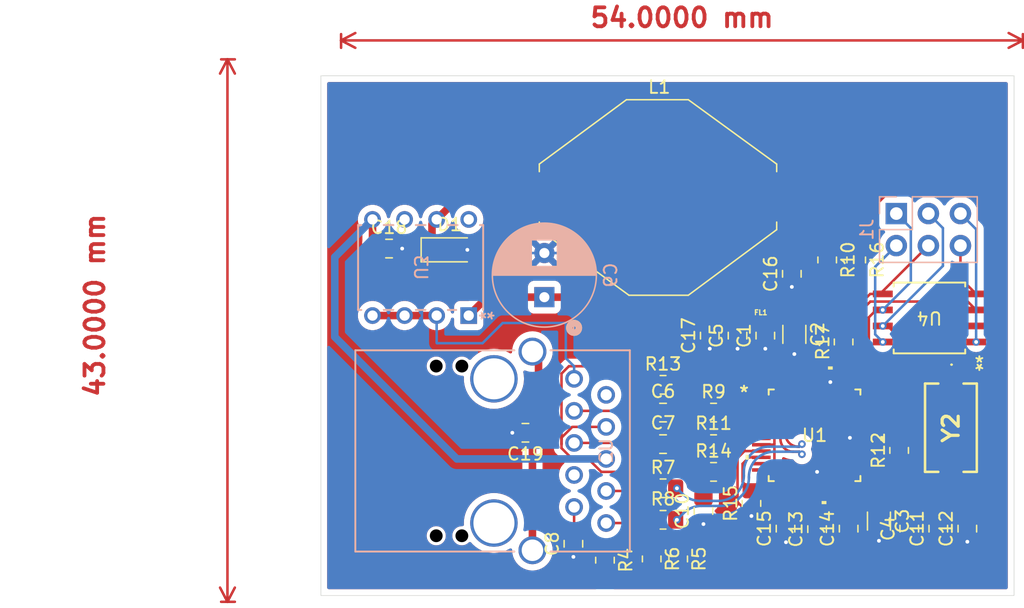
<source format=kicad_pcb>
(kicad_pcb (version 20240108) (generator "pcbnew") (generator_version "8.0")
  (layers (0 "F.Cu" signal) (31 "B.Cu" signal) (34 "B.Paste" user) (35 "F.Paste" user) (36 "B.SilkS" user "B.Silkscreen") (37 "F.SilkS" user "F.Silkscreen") (38 "B.Mask" user) (39 "F.Mask" user) (44 "Edge.Cuts" user))
  (property "PAGESETUP" "Record=PageOptions¦CenterHorizontal=True¦CenterVertical=True¦PrintScale=0.97¦XCorrection=1.00¦YCorrection=1.00¦PrintKind=1¦BorderSize=5000000¦LeftOffset=0¦BottomOffset=0¦Orientation=2¦PaperLength=1000¦PaperWidth=1000¦Scale=100¦PaperSource=7¦PrintQuality=-3¦MediaType=1¦DitherType=10¦PrintScaleMode=1¦PaperKind=A4¦PaperIndex=9")
  (net 0 "")
  (net 1 "3.3V_D")
  (net 2 "/SCSn")
  (net 3 "/INTn")
  (net 4 "/RSTn")
  (net 5 "GND")
  (net 6 "Net-(U1-EXRES1)")
  (net 7 "Net-(U2-RCT)")
  (net 8 "Net-(C7-Pad2)")
  (net 9 "Net-(C6-Pad2)")
  (net 10 "/XO")
  (net 11 "/XI")
  (net 12 "Net-(U1-RXP)")
  (net 13 "Net-(U1-RXN)")
  (net 14 "Net-(U1-TXP)")
  (net 15 "Net-(U2-TD+)")
  (net 16 "Net-(U2-TD-)")
  (net 17 "Net-(U1-TXN)")
  (net 18 "3.3V_A")
  (net 19 "Net-(U2-TCT)")
  (net 20 "Net-(D1-K)")
  (net 22 "Net-(U2-VC2-)")
  (net 24 "Net-(U2-VC2+)")
  (net 26 "Net-(U2-RD+)")
  (net 28 "Net-(U2-RD-)")
  (net 29 "/ACT_LED")
  (net 30 "Net-(U1-1V2O)")
  (net 35 "/LINK_LED")
  (net 36 "Net-(U1-TOCAP)")
  (net 38 "/MOSI")
  (net 39 "/MISO")
  (net 41 "/SCLK")
  (net 44 "Net-(J1-Pin_6)")
  (net 45 "Net-(J1-Pin_2)")
  (net 46 "Net-(J1-Pin_5)")
  (net 47 "Net-(C19-Pad1)")
  (footprint "Capacitor_SMD:C_0805_2012Metric_Pad1.18x1.45mm_HandSolder" (layer "F.Cu") (at 144.2 98.7 90)
    (property "Reference" "C15")
    (property "Value" "0.1uF")
  )
  (footprint "Capacitor_SMD:C_0805_2012Metric_Pad1.18x1.45mm_HandSolder" (layer "F.Cu") (at 142.6 83.4 90)
    (property "Reference" "C1")
    (property "Value" "0.1uF")
  )
  (footprint "Resistor_SMD:R_0805_2012Metric_Pad1.20x1.40mm_HandSolder" (layer "F.Cu") (at 135.7 101.1 -90)
    (property "Reference" "R5")
    (property "Value" "49R9")
  )
  (footprint "Inductor_SMD:L_Wuerth_WE-PD4-Typ-X" (layer "F.Cu") (at 134.1 72.4)
    (property "Reference" "L1")
    (property "Value" "330uH")
  )
  (footprint "Resistor_SMD:R_0805_2012Metric_Pad1.20x1.40mm_HandSolder" (layer "F.Cu") (at 138.5 94.2)
    (property "Reference" "R14")
    (property "Value" "49R9")
  )
  (footprint "Capacitor_SMD:C_1206_3216Metric_Pad1.33x1.80mm_HandSolder" (layer "F.Cu") (at 144.9 83.3 -90)
    (property "Reference" "C2")
    (property "Value" "10uF/16V")
  )
  (footprint "Diode_SMD:Nexperia_CFP3_SOD-123W" (layer "F.Cu") (at 117.6 76.6)
    (property "Reference" "D1")
    (property "Value" "D_Schottky")
  )
  (footprint "Resistor_SMD:R_0805_2012Metric_Pad1.20x1.40mm_HandSolder" (layer "F.Cu") (at 138.5 92)
    (property "Reference" "R11")
    (property "Value" "3.3R")
  )
  (footprint "Capacitor_SMD:C_0805_2012Metric_Pad1.18x1.45mm_HandSolder" (layer "F.Cu") (at 123.6 91.1 180)
    (property "Reference" "C19")
    (property "Value" "1nF")
  )
  (footprint "Capacitor_SMD:C_0805_2012Metric_Pad1.18x1.45mm_HandSolder" (layer "F.Cu") (at 158.6 98.7 90)
    (property "Reference" "C12")
    (property "Value" "18pF")
  )
  (footprint "Capacitor_SMD:C_0805_2012Metric_Pad1.18x1.45mm_HandSolder" (layer "F.Cu") (at 127.4 99.9 90)
    (property "Reference" "C8")
    (property "Value" "22nF")
  )
  (footprint "Resistor_SMD:R_0805_2012Metric_Pad1.20x1.40mm_HandSolder" (layer "F.Cu") (at 153.2 92.5 90)
    (property "Reference" "R12")
    (property "Value" "1M")
  )
  (footprint "Capacitor_SMD:C_0805_2012Metric_Pad1.18x1.45mm_HandSolder" (layer "F.Cu") (at 137.7 97.3 90)
    (property "Reference" "C10")
    (property "Value" "10nF")
  )
  (footprint "Capacitor_SMD:C_0805_2012Metric_Pad1.18x1.45mm_HandSolder" (layer "F.Cu") (at 144.7 78.5 90)
    (property "Reference" "C16")
    (property "Value" "0.1uF")
  )
  (footprint "Capacitor_SMD:C_0805_2012Metric_Pad1.18x1.45mm_HandSolder" (layer "F.Cu") (at 134.5 92)
    (property "Reference" "C7")
    (property "Value" "6.8nF")
  )
  (footprint "Capacitor_SMD:C_0805_2012Metric_Pad1.18x1.45mm_HandSolder" (layer "F.Cu") (at 134.5 89.5)
    (property "Reference" "C6")
    (property "Value" "6.8nF")
  )
  (footprint "Capacitor_SMD:C_0805_2012Metric_Pad1.18x1.45mm_HandSolder" (layer "F.Cu") (at 112.8 76.5)
    (property "Reference" "C18")
    (property "Value" "22uF")
  )
  (footprint "Imported:ABLS7M225000MHZD2YT" (layer "F.Cu") (at 157.3 90.7 -90)
    (property "Reference" "Y2")
    (property "Value" "ABLS7M2-25.000MHZ-D-2Y-T" (hide yes))
  )
  (footprint "Resistor_SMD:R_0805_2012Metric_Pad1.20x1.40mm_HandSolder" (layer "F.Cu") (at 134.5 98)
    (property "Reference" "R8")
    (property "Value" "3.3R")
  )
  (footprint "Imported:48LQFP_W5500_WIZ" (layer "F.Cu") (at 146.5 91.3)
    (property "Reference" "U1")
    (property "Value" "W5500")
  )
  (footprint "Resistor_SMD:R_0805_2012Metric_Pad1.20x1.40mm_HandSolder" (layer "F.Cu") (at 148.8 83.9 90)
    (property "Reference" "R17")
    (property "Value" "4.7K")
  )
  (footprint "Capacitor_SMD:C_0805_2012Metric_Pad1.18x1.45mm_HandSolder" (layer "F.Cu") (at 138.2 83.4 90)
    (property "Reference" "C17")
    (property "Value" "0.1uF")
  )
  (footprint "Capacitor_SMD:C_1206_3216Metric_Pad1.33x1.80mm_HandSolder" (layer "F.Cu") (at 151.6 98.1 -90)
    (property "Reference" "C3")
    (property "Value" "10uF/16V")
  )
  (footprint "Resistor_SMD:R_0805_2012Metric_Pad1.20x1.40mm_HandSolder" (layer "F.Cu") (at 134.5 95.5)
    (property "Reference" "R7")
    (property "Value" "3.3R")
  )
  (footprint "Capacitor_SMD:C_0805_2012Metric_Pad1.18x1.45mm_HandSolder" (layer "F.Cu") (at 154 98.7 90)
    (property "Reference" "C4")
    (property "Value" "0.1uF")
  )
  (footprint "Resistor_SMD:R_0805_2012Metric_Pad1.20x1.40mm_HandSolder" (layer "F.Cu") (at 141.5 96.7 90)
    (property "Reference" "R15")
    (property "Value" "12.4K")
  )
  (footprint "Capacitor_SMD:C_0805_2012Metric_Pad1.18x1.45mm_HandSolder" (layer "F.Cu") (at 140.4 83.4 90)
    (property "Reference" "C5")
    (property "Value" "1uF")
  )
  (footprint "Capacitor_SMD:C_0805_2012Metric_Pad1.18x1.45mm_HandSolder" (layer "F.Cu") (at 146.7 98.7375 90)
    (property "Reference" "C13")
    (property "Value" "4.7uF")
  )
  (footprint "Imported:8S2_ATM" (layer "F.Cu") (at 155.6 82 180)
    (property "Reference" "U4")
    (property "Value" "ATTINY85-20SU")
  )
  (footprint "Resistor_SMD:R_0805_2012Metric_Pad1.20x1.40mm_HandSolder" (layer "F.Cu") (at 138.5 89.5)
    (property "Reference" "R9")
    (property "Value" "3.3R")
  )
  (footprint "Capacitor_SMD:C_0805_2012Metric_Pad1.18x1.45mm_HandSolder" (layer "F.Cu") (at 156.3 98.7 90)
    (property "Reference" "C11")
    (property "Value" "18pF")
  )
  (footprint "Resistor_SMD:R_0805_2012Metric_Pad1.20x1.40mm_HandSolder" (layer "F.Cu") (at 129.9 101.2 -90)
    (property "Reference" "R4")
    (property "Value" "10R")
  )
  (footprint "Imported:BEADC1608X95N" (layer "F.Cu") (at 142 80.5 180)
    (property "Reference" "FL1")
    (property "Value" "BLM18PG121SH1D")
  )
  (footprint "Resistor_SMD:R_0805_2012Metric_Pad1.20x1.40mm_HandSolder" (layer "F.Cu") (at 147.5 77.4 -90)
    (property "Reference" "R10")
    (property "Value" "4.7K")
  )
  (footprint "Resistor_SMD:R_0805_2012Metric_Pad1.20x1.40mm_HandSolder" (layer "F.Cu") (at 133.6 101.1 -90)
    (property "Reference" "R6")
    (property "Value" "49R9")
  )
  (footprint "Capacitor_SMD:C_0805_2012Metric_Pad1.18x1.45mm_HandSolder" (layer "F.Cu") (at 149.2 98.7 90)
    (property "Reference" "C14")
    (property "Value" "10nF")
  )
  (footprint "Resistor_SMD:R_0805_2012Metric_Pad1.20x1.40mm_HandSolder" (layer "F.Cu") (at 134.5 87.3)
    (property "Reference" "R13")
    (property "Value" "49R9")
  )
  (footprint "Resistor_SMD:R_0805_2012Metric_Pad1.20x1.40mm_HandSolder" (layer "F.Cu") (at 149.8 77.4 -90)
    (property "Reference" "R16")
    (property "Value" "4.7K")
  )
  (footprint "Capacitor_THT:CP_Radial_D8.0mm_P3.50mm" (layer "B.Cu") (at 125.1 80.352651 90)
    (property "Reference" "C9")
    (property "Value" "220uF")
  )
  (footprint "Imported:ARJM11C7-114-BA-EW2_ABR" (layer "B.Cu") (at 127.455799 86.824251 -90)
    (property "Reference" "U2")
    (property "Value" "ARJM11C7-114-BA-EW2")
  )
  (footprint "Connector_PinHeader_2.54mm:PinHeader_2x03_P2.54mm_Vertical" (layer "B.Cu") (at 152.975 73.725 -90)
    (property "Reference" "J1")
    (property "Value" "Conn_02x03_Odd_Even")
  )
  (footprint "Imported:PDIP-8_MCL" (layer "B.Cu") (at 119.11 81.81 90)
    (property "Reference" "U3")
    (property "Value" "LM2574-3.3YN")
  )
  (gr_rect (start 107.4 62.8) (end 162.3 104) (stroke (width 0.05)) (fill none) (layer "Edge.Cuts"))
  (dimension (type aligned) (layer "F.Cu") (pts (xy 109 59) (xy 163 59)) (height 1) (gr_text "54.0000 mm" (at 136 58.2 0) (layer "F.Cu") (effects (font (size 1.5 1.5) (thickness 0.3)))) (format (prefix "") (suffix "") (units 3) (units_format 1) (precision 4)) (style (thickness 0.2) (arrow_length 1.27) (text_position_mode 0) (extension_height 0.58642) (extension_offset 0.5) keep_text_aligned))
  (dimension (type aligned) (layer "F.Cu") (pts (xy 99 61.5) (xy 99 104.5)) (height -1) (gr_text "43.0000 mm" (at 89.5 81 90) (layer "F.Cu") (effects (font (size 1.5 1.5) (thickness 0.3)))) (format (prefix "") (suffix "") (units 3) (units_format 1) (precision 4)) (style (thickness 0.2) (arrow_length 1.27) (text_position_mode 2) (extension_height 0.58642) (extension_offset 0.5) keep_text_aligned))
  (segment (start 141.8 72.4) (end 141.8 74.5625) (width 0.6) (layer "F.Cu") (net 1))
  (segment (start 151.6 96.5375) (end 151.753 96.3845) (width 0.2) (layer "F.Cu") (net 1))
  (segment (start 148.8 82.9) (end 148.8 79.4) (width 0.6) (layer "F.Cu") (net 1))
  (segment (start 149.501471 92.55) (end 146.25 89.298529) (width 0.2) (layer "F.Cu") (net 1))
  (segment (start 146.8625 78.4) (end 149.8 78.4) (width 0.6) (layer "F.Cu") (net 1))
  (segment (start 146.25 89.298529) (end 146.25 87.0836) (width 0.2) (layer "F.Cu") (net 1))
  (segment (start 125.1 80.352651) (end 120.567349 80.352651) (width 0.6) (layer "F.Cu") (net 1))
  (segment (start 150.7164 92.55) (end 149.501471 92.55) (width 0.2) (layer "F.Cu") (net 1))
  (segment (start 133.847349 80.352651) (end 141.8 72.4) (width 0.6) (layer "F.Cu") (net 1))
  (segment (start 148.8 79.4) (end 149.8 78.4) (width 0.6) (layer "F.Cu") (net 1))
  (segment (start 141.8 74.5625) (end 144.7 77.4625) (width 0.6) (layer "F.Cu") (net 1))
  (segment (start 144.7 77.4625) (end 142.735 79.4275) (width 0.6) (layer "F.Cu") (net 1))
  (segment (start 151.692701 92.55) (end 150.7164 92.55) (width 0.2) (layer "F.Cu") (net 1))
  (segment (start 145.25 87.0836) (end 146.25 87.0836) (width 0.2) (layer "F.Cu") (net 1))
  (segment (start 120.567349 80.352651) (end 119.11 81.81) (width 0.6) (layer "F.Cu") (net 1))
  (segment (start 151.753 96.3845) (end 151.753 92.610299) (width 0.2) (layer "F.Cu") (net 1))
  (segment (start 151.6 96.5375) (end 152.875 96.5375) (width 0.2) (layer "F.Cu") (net 1))
  (segment (start 125.1 80.352651) (end 133.847349 80.352651) (width 0.6) (layer "F.Cu") (net 1))
  (segment (start 146.25 79.0125) (end 146.8625 78.4) (width 0.6) (layer "F.Cu") (net 1))
  (segment (start 151.753 92.610299) (end 151.692701 92.55) (width 0.2) (layer "F.Cu") (net 1))
  (segment (start 144.7 77.4625) (end 146.25 79.0125) (width 0.6) (layer "F.Cu") (net 1))
  (segment (start 146.25 79.0125) (end 146.25 87.0836) (width 0.2) (layer "F.Cu") (net 1))
  (segment (start 142.735 79.4275) (end 142.735 80.5) (width 0.6) (layer "F.Cu") (net 1))
  (segment (start 152.875 96.5375) (end 154 97.6625) (width 0.2) (layer "F.Cu") (net 1))
  (segment (start 151.5 71.8) (end 147.5 75.8) (width 0.2) (layer "F.Cu") (net 2))
  (segment (start 156.4 84.6) (end 158.365 82.635) (width 0.2) (layer "F.Cu") (net 2))
  (segment (start 147.5 75.8) (end 147.5 76.4) (width 0.2) (layer "F.Cu") (net 2))
  (segment (start 150.7164 90.549999) (end 151.950001 90.549999) (width 0.2) (layer "F.Cu") (net 2))
  (segment (start 160.165 82.635) (end 160.7831 82.0169) (width 0.2) (layer "F.Cu") (net 2))
  (segment (start 160.6 71.8) (end 151.5 71.8) (width 0.2) (layer "F.Cu") (net 2))
  (segment (start 160.7831 82.0169) (end 160.7831 71.9831) (width 0.2) (layer "F.Cu") (net 2))
  (segment (start 160.7831 71.9831) (end 160.6 71.8) (width 0.2) (layer "F.Cu") (net 2))
  (segment (start 151.950001 90.549999) (end 156.4 86.1) (width 0.2) (layer "F.Cu") (net 2))
  (segment (start 158.365 82.635) (end 159.2957 82.635) (width 0.2) (layer "F.Cu") (net 2))
  (segment (start 159.2957 82.635) (end 160.165 82.635) (width 0.2) (layer "F.Cu") (net 2))
  (segment (start 156.4 86.1) (end 156.4 84.6) (width 0.2) (layer "F.Cu") (net 2))
  (segment (start 158.6307 80.7) (end 159.2957 81.365) (width 0.2) (layer "F.Cu") (net 3))
  (segment (start 160.3831 80.9169) (end 160.3831 73.9831) (width 0.2) (layer "F.Cu") (net 3))
  (segment (start 149.8 74.6) (end 149.8 76.4) (width 0.2) (layer "F.Cu") (net 3))
  (segment (start 150.7164 88.55) (end 150.4 88.2336) (width 0.2) (layer "F.Cu") (net 3))
  (segment (start 158.6 72.2) (end 152.2 72.2) (width 0.2) (layer "F.Cu") (net 3))
  (segment (start 150.4 81.2152) (end 150.9152 80.7) (width 0.2) (layer "F.Cu") (net 3))
  (segment (start 159.935 81.365) (end 160.3831 80.9169) (width 0.2) (layer "F.Cu") (net 3))
  (segment (start 159.2957 81.365) (end 159.935 81.365) (width 0.2) (layer "F.Cu") (net 3))
  (segment (start 150.4 88.2336) (end 150.4 81.2152) (width 0.2) (layer "F.Cu") (net 3))
  (segment (start 160.3831 73.9831) (end 158.6 72.2) (width 0.2) (layer "F.Cu") (net 3))
  (segment (start 150.9152 80.7) (end 158.6307 80.7) (width 0.2) (layer "F.Cu") (net 3))
  (segment (start 152.2 72.2) (end 149.8 74.6) (width 0.2) (layer "F.Cu") (net 3))
  (segment (start 149.25 85.35) (end 149.25 87.0836) (width 0.2) (layer "F.Cu") (net 4))
  (segment (start 148.8 84.9) (end 149.25 85.35) (width 0.2) (layer "F.Cu") (net 4))
  (segment (start 142.2737 87.0836) (end 143.75 87.0836) (width 0.2) (layer "F.Cu") (net 5))
  (segment (start 145.7 94.2) (end 145.590099 94.2) (width 0.2) (layer "F.Cu") (net 5))
  (segment (start 151.6 99.6625) (end 158.525 99.6625) (width 0.2) (layer "F.Cu") (net 5))
  (segment (start 158.525 99.6625) (end 158.6 99.7375) (width 0.2) (layer "F.Cu") (net 5))
  (segment (start 142.2836 89.550001) (end 141.307302 89.550001) (width 0.2) (layer "F.Cu") (net 5))
  (segment (start 146.7375 99.7375) (end 146.7 99.775) (width 0.2) (layer "F.Cu") (net 5))
  (segment (start 141.1 89.342699) (end 141.1 88.2573) (width 0.2) (layer "F.Cu") (net 5))
  (segment (start 144.2375 99.775) (end 144.35 99.6625) (width 0.2) (layer "F.Cu") (net 5))
  (segment (start 140.4 93.1) (end 140.4 96.6) (width 0.2) (layer "F.Cu") (net 5))
  (segment (start 147.250001 87.0836) (end 148.249999 87.0836) (width 0.6) (layer "F.Cu") (net 5))
  (segment (start 146.7 94.2) (end 146.7 95.4664) (width 0.2) (layer "F.Cu") (net 5))
  (segment (start 146.7 95.4664) (end 146.75 95.5164) (width 0.2) (layer "F.Cu") (net 5))
  (segment (start 144.249999 94.550001) (end 144.249999 95.5164) (width 0.2) (layer "F.Cu") (net 5))
  (segment (start 148.750001 94.540102) (end 148.750001 95.5164) (width 0.2) (layer "F.Cu") (net 5))
  (segment (start 148.409899 94.2) (end 148.750001 94.540102) (width 0.2) (layer "F.Cu") (net 5))
  (segment (start 147.250001 87.0836) (end 146.8897 87.0836) (width 0.6) (layer "F.Cu") (net 5))
  (segment (start 140.4 96.6) (end 141.5 97.7) (width 0.2) (layer "F.Cu") (net 5))
  (segment (start 143.75 87.0836) (end 143.75 86.0125) (width 0.2) (layer "F.Cu") (net 5))
  (segment (start 149.3 91.5) (end 149.850001 92.050001) (width 0.2) (layer "F.Cu") (net 5))
  (segment (start 146.7 94.2) (end 148.409899 94.2) (width 0.2) (layer "F.Cu") (net 5))
  (segment (start 149.850001 92.050001) (end 150.7164 92.050001) (width 0.2) (layer "F.Cu") (net 5))
  (segment (start 148.249999 87.0836) (end 148.6103 87.0836) (width 0.6) (layer "F.Cu") (net 5))
  (segment (start 145.590099 94.2) (end 145.25 94.540099) (width 0.2) (layer "F.Cu") (net 5))
  (segment (start 144.2375 99.775) (end 144.2 99.7375) (width 0.2) (layer "F.Cu") (net 5))
  (segment (start 141.1 88.2573) (end 142.2737 87.0836) (width 0.2) (layer "F.Cu") (net 5))
  (segment (start 145.7 94.2) (end 144.6 94.2) (width 0.2) (layer "F.Cu") (net 5))
  (segment (start 143.75 86.0125) (end 144.9 84.8625) (width 0.2) (layer "F.Cu") (net 5))
  (segment (start 144.6 94.2) (end 144.249999 94.550001) (width 0.2) (layer "F.Cu") (net 5))
  (segment (start 140.95 92.55) (end 140.4 93.1) (width 0.2) (layer "F.Cu") (net 5))
  (segment (start 146.7 94.2) (end 145.7 94.2) (width 0.2) (layer "F.Cu") (net 5))
  (segment (start 145.25 94.540099) (end 145.25 95.5164) (width 0.2) (layer "F.Cu") (net 5))
  (segment (start 141.307302 89.550001) (end 141.1 89.342699) (width 0.2) (layer "F.Cu") (net 5))
  (segment (start 144.35 99.6625) (end 151.6 99.6625) (width 0.2) (layer "F.Cu") (net 5))
  (segment (start 142.2836 92.55) (end 140.95 92.55) (width 0.2) (layer "F.Cu") (net 5))
  (via (at 127.4 100.9375) (size 0.6) (drill 0.3) (layers "F.Cu" "B.Cu") (net 5))
  (via (at 140.4 84.4375) (size 0.6) (drill 0.3) (layers "F.Cu" "B.Cu") (net 5))
  (via (at 142.6 84.4375) (size 0.6) (drill 0.3) (layers "F.Cu" "B.Cu") (net 5))
  (via (at 138.2 84.4375) (size 0.6) (drill 0.3) (layers "F.Cu" "B.Cu") (net 5))
  (via (at 147.75 87.0836) (size 0.6) (drill 0.3) (layers "F.Cu" "B.Cu") (net 5))
  (via (at 144.2375 99.775) (size 0.6) (drill 0.3) (layers "F.Cu" "B.Cu") (net 5))
  (via (at 119 76.6) (size 0.6) (drill 0.3) (layers "F.Cu" "B.Cu") (net 5))
  (via (at 113.8375 76.5) (size 0.6) (drill 0.3) (layers "F.Cu" "B.Cu") (net 5))
  (via (at 122.5625 91.1) (size 0.6) (drill 0.3) (layers "F.Cu" "B.Cu") (net 5))
  (via (at 137.7 98.3375) (size 0.6) (drill 0.3) (layers "F.Cu" "B.Cu") (net 5))
  (via (at 151.6 99.6625) (size 0.6) (drill 0.3) (layers "F.Cu" "B.Cu") (net 5))
  (via (at 158.6 99.7375) (size 0.6) (drill 0.3) (layers "F.Cu" "B.Cu") (net 5))
  (via (at 146.7 94.2) (size 0.6) (drill 0.3) (layers "F.Cu" "B.Cu") (net 5))
  (via (at 149.3 91.5) (size 0.6) (drill 0.3) (layers "F.Cu" "B.Cu") (net 5))
  (via (at 144.9 84.8625) (size 0.6) (drill 0.3) (layers "F.Cu" "B.Cu") (net 5))
  (via (at 144.7 79.5375) (size 0.6) (drill 0.3) (layers "F.Cu" "B.Cu") (net 5))
  (via (at 141.5 97.7) (size 0.6) (drill 0.3) (layers "F.Cu" "B.Cu") (net 5))
  (segment (start 149.3 91.5) (end 149.3 91.6) (width 0.2) (layer "B.Cu") (net 5))
  (segment (start 149.3 91.5) (end 147.75 89.95) (width 0.2) (layer "B.Cu") (net 5))
  (segment (start 137.7 98.3375) (end 140.8625 98.3375) (width 0.2) (layer "B.Cu") (net 5))
  (segment (start 113.8375 76.5) (end 113.8375 77.7375) (width 0.2) (layer "B.Cu") (net 5))
  (segment (start 147.6625 84.8625) (end 147.8 85) (width 0.2) (layer "B.Cu") (net 5))
  (segment (start 146.7 97.3125) (end 144.2375 99.775) (width 0.2) (layer "B.Cu") (net 5))
  (segment (start 125.1 76.852651) (end 119.252651 76.852651) (width 0.2) (layer "B.Cu") (net 5))
  (segment (start 144.7 84.6625) (end 144.9 84.8625) (width 0.2) (layer "B.Cu") (net 5))
  (segment (start 149.3 91.6) (end 146.7 94.2) (width 0.2) (layer "B.Cu") (net 5))
  (segment (start 141.5 97.7) (end 143.575 99.775) (width 0.2) (layer "B.Cu") (net 5))
  (segment (start 115.4 78.6) (end 118.2 78.6) (width 0.2) (layer "B.Cu") (net 5))
  (segment (start 135.1 100.9375) (end 127.4 100.9375) (width 0.2) (layer "B.Cu") (net 5))
  (segment (start 114.7 78.6) (end 115.4 78.6) (width 0.2) (layer "B.Cu") (net 5))
  (segment (start 138.2 84.4375) (end 134.9375 84.4375) (width 0.2) (layer "B.Cu") (net 5))
  (segment (start 134.9375 84.4375) (end 127.3 76.8) (width 0.2) (layer "B.Cu") (net 5))
  (segment (start 140.8625 98.3375) (end 141.5 97.7) (width 0.2) (layer "B.Cu") (net 5))
  (segment (start 146.7 94.2) (end 146.7 97.3125) (width 0.2) (layer "B.Cu") (net 5))
  (segment (start 144.9 84.8625) (end 147.6625 84.8625) (width 0.2) (layer "B.Cu") (net 5))
  (segment (start 144.475 84.4375) (end 144.9 84.8625) (width 0.2) (layer "B.Cu") (net 5))
  (segment (start 119.4 91.1) (end 115.4 87.1) (width 0.2) (layer "B.Cu") (net 5))
  (segment (start 142.6 84.4375) (end 144.475 84.4375) (width 0.2) (layer "B.Cu") (net 5))
  (segment (start 127.247349 76.852651) (end 125.1 76.852651) (width 0.2) (layer "B.Cu") (net 5))
  (segment (start 127.3 76.8) (end 127.247349 76.852651) (width 0.2) (layer "B.Cu") (net 5))
  (segment (start 113.8375 77.7375) (end 114.7 78.6) (width 0.2) (layer "B.Cu") (net 5))
  (segment (start 122.5625 91.1) (end 119.4 91.1) (width 0.2) (layer "B.Cu") (net 5))
  (segment (start 118.2 78.6) (end 118.3 78.5) (width 0.2) (layer "B.Cu") (net 5))
  (segment (start 147.75 85.05) (end 147.75 87.0836) (width 0.2) (layer "B.Cu") (net 5))
  (segment (start 147.75 89.95) (end 147.75 87.0836) (width 0.2) (layer "B.Cu") (net 5))
  (segment (start 144.275 99.7375) (end 158.6 99.7375) (width 0.2) (layer "B.Cu") (net 5))
  (segment (start 118.3 78.2) (end 119 77.5) (width 0.2) (layer "B.Cu") (net 5))
  (segment (start 118.3 78.5) (end 118.3 78.2) (width 0.2) (layer "B.Cu") (net 5))
  (segment (start 119.252651 76.852651) (end 119 76.6) (width 0.2) (layer "B.Cu") (net 5))
  (segment (start 138.2 84.4375) (end 140.4 84.4375) (width 0.2) (layer "B.Cu") (net 5))
  (segment (start 143.575 99.775) (end 144.2375 99.775) (width 0.2) (layer "B.Cu") (net 5))
  (segment (start 140.4 84.4375) (end 142.6 84.4375) (width 0.2) (layer "B.Cu") (net 5))
  (segment (start 115.4 87.1) (end 115.4 78.6) (width 0.2) (layer "B.Cu") (net 5))
  (segment (start 119 77.5) (end 119 76.6) (width 0.2) (layer "B.Cu") (net 5))
  (segment (start 147.8 85) (end 147.75 85.05) (width 0.2) (layer "B.Cu") (net 5))
  (segment (start 144.7 79.5375) (end 144.7 84.6625) (width 0.2) (layer "B.Cu") (net 5))
  (segment (start 137.7 98.3375) (end 135.1 100.9375) (width 0.2) (layer "B.Cu") (net 5))
  (segment (start 144.2375 99.775) (end 144.275 99.7375) (width 0.2) (layer "B.Cu") (net 5))
  (segment (start 140.8 93.557301) (end 141.307302 93.049999) (width 0.2) (layer "F.Cu") (net 6))
  (segment (start 140.8 95) (end 140.8 93.557301) (width 0.2) (layer "F.Cu") (net 6))
  (segment (start 141.307302 93.049999) (end 142.2836 93.049999) (width 0.2) (layer "F.Cu") (net 6))
  (segment (start 141.5 95.7) (end 140.8 95) (width 0.2) (layer "F.Cu") (net 6))
  (segment (start 126.457299 92.317844) (end 126.457299 92) (width 0.2) (layer "F.Cu") (net 7))
  (segment (start 129.609455 94.2) (end 128.454299 93.044844) (width 0.2) (layer "F.Cu") (net 7))
  (segment (start 127.313706 90.634251) (end 129.995799 90.634251) (width 0.2) (layer "F.Cu") (net 7))
  (segment (start 137.7 96.2625) (end 137.7 94.4) (width 0.2) (layer "F.Cu") (net 7))
  (segment (start 137.7 94.4) (end 137.5 94.2) (width 0.2) (layer "F.Cu") (net 7))
  (segment (start 127.313706 90.634251) (end 126.457299 91.490658) (width 0.2) (layer "F.Cu") (net 7))
  (segment (start 132.025751 85.825751) (end 127.042206 85.825751) (width 0.2) (layer "F.Cu") (net 7))
  (segment (start 126.457299 91.490658) (end 126.457299 92) (width 0.2) (layer "F.Cu") (net 7))
  (segment (start 127.184299 93.044844) (end 126.457299 92.317844) (width 0.2) (layer "F.Cu") (net 7))
  (segment (start 126.457299 92) (end 126.457299 91.6) (width 0.2) (layer "F.Cu") (net 7))
  (segment (start 126.457299 86.410658) (end 126.457299 91.6) (width 0.2) (layer "F.Cu") (net 7))
  (segment (start 137.5 94.2) (end 129.609455 94.2) (width 0.2) (layer "F.Cu") (net 7))
  (segment (start 126.457299 91.6) (end 126.457299 91.490658) (width 0.2) (layer "F.Cu") (net 7))
  (segment (start 128.454299 93.044844) (end 127.184299 93.044844) (width 0.2) (layer "F.Cu") (net 7))
  (segment (start 133.5 87.3) (end 132.025751 85.825751) (width 0.2) (layer "F.Cu") (net 7))
  (segment (start 127.042206 85.825751) (end 126.457299 86.410658) (width 0.2) (layer "F.Cu") (net 7))
  (segment (start 135.5375 92) (end 137.5 92) (width 0.2) (layer "F.Cu") (net 8))
  (segment (start 139.5 94.2) (end 137.5 92.2) (width 0.2) (layer "F.Cu") (net 8))
  (segment (start 137.5 92.2) (end 137.5 92) (width 0.2) (layer "F.Cu") (net 8))
  (segment (start 135.5 89.4625) (end 135.5375 89.5) (width 0.2) (layer "F.Cu") (net 9))
  (segment (start 135.5375 89.5) (end 137.5 89.5) (width 0.2) (layer "F.Cu") (net 9))
  (segment (start 135.5 87.3) (end 135.5 89.4625) (width 0.2) (layer "F.Cu") (net 9))
  (segment (start 152.75 91.05) (end 150.7164 91.05) (width 0.2) (layer "F.Cu") (net 10))
  (segment (start 153.2 91.5) (end 152.75 91.05) (width 0.2) (layer "F.Cu") (net 10))
  (segment (start 153.75 91.5) (end 153.2 91.5) (width 0.2) (layer "F.Cu") (net 10))
  (segment (start 158.6 89.25) (end 158.6 97.6625) (width 0.2) (layer "F.Cu") (net 10))
  (segment (start 157.3 87.95) (end 153.75 91.5) (width 0.2) (layer "F.Cu") (net 10))
  (segment (start 157.3 87.95) (end 158.6 89.25) (width 0.2) (layer "F.Cu") (net 10))
  (segment (start 153.2 93.347) (end 151.753 91.9) (width 0.2) (layer "F.Cu") (net 11))
  (segment (start 157.3 93.45) (end 157.3 96.6625) (width 0.2) (layer "F.Cu") (net 11))
  (segment (start 151.753 91.9) (end 151.753 91.610301) (width 0.2) (layer "F.Cu") (net 11))
  (segment (start 151.753 91.610301) (end 151.692699 91.55) (width 0.2) (layer "F.Cu") (net 11))
  (segment (start 157.3 96.6625) (end 156.3 97.6625) (width 0.2) (layer "F.Cu") (net 11))
  (segment (start 153.2 93.5) (end 157.25 93.5) (width 0.2) (layer "F.Cu") (net 11))
  (segment (start 151.692699 91.55) (end 150.7164 91.55) (width 0.2) (layer "F.Cu") (net 11))
  (segment (start 157.25 93.5) (end 157.3 93.45) (width 0.2) (layer "F.Cu") (net 11))
  (segment (start 153.2 93.5) (end 153.2 93.347) (width 0.2) (layer "F.Cu") (net 11))
  (segment (start 139.5 92) (end 139.864214 91.635786) (width 0.2) (layer "F.Cu") (net 12))
  (segment (start 141.278427 91.05) (end 142.2836 91.05) (width 0.2) (layer "F.Cu") (net 12))
  (arc (start 141.278427 91.05) (mid 140.51306 91.202241) (end 139.864214 91.635786) (width 0.2) (layer "F.Cu") (net 12))
  (segment (start 139.5 89.5) (end 139.964213 89.964213) (width 0.2) (layer "F.Cu") (net 13))
  (segment (start 141.378426 90.549999) (end 142.2836 90.549999) (width 0.2) (layer "F.Cu") (net 13))
  (arc (start 141.378426 90.549999) (mid 140.613059 90.397758) (end 139.964213 89.964213) (width 0.2) (layer "F.Cu") (net 13))
  (segment (start 144.8 92.6) (end 145.299997 92.6) (width 0.2) (layer "F.Cu") (net 14))
  (segment (start 143.3 89.1) (end 143.1 89.1) (width 0.2) (layer "F.Cu") (net 14))
  (segment (start 143.1 89.1) (end 142.333601 89.1) (width 0.2) (layer "F.Cu") (net 14))
  (segment (start 145.299997 92.6) (end 145.5 92.800003) (width 0.2) (layer "F.Cu") (net 14))
  (segment (start 143.8 89.6) (end 143.8 91.6) (width 0.2) (layer "F.Cu") (net 14))
  (via (at 145.5 92.800003) (size 0.6) (drill 0.3) (layers "F.Cu" "B.Cu") (net 14))
  (via (at 135.6 98) (size 0.6) (drill 0.3) (layers "F.Cu" "B.Cu") (net 14))
  (arc (start 143.8 91.6) (mid 144.092893 92.307107) (end 144.8 92.6) (width 0.2) (layer "F.Cu") (net 14))
  (arc (start 143.8 89.6) (mid 143.653553 89.246447) (end 143.3 89.1) (width 0.2) (layer "F.Cu") (net 14))
  (segment (start 143.3 92.6) (end 145.299997 92.6) (width 0.2) (layer "B.Cu") (net 14))
  (segment (start 140.492227 96.314213) (end 140.714214 96.092226) (width 0.2) (layer "B.Cu") (net 14))
  (segment (start 141.3 94.678013) (end 141.3 94.6) (width 0.2) (layer "B.Cu") (net 14))
  (segment (start 137.528427 96.9) (end 139.078013 96.9) (width 0.2) (layer "B.Cu") (net 14))
  (segment (start 136.114214 97.485786) (end 135.6 98) (width 0.2) (layer "B.Cu") (net 14))
  (segment (start 145.299997 92.6) (end 145.5 92.800003) (width 0.2) (layer "B.Cu") (net 14))
  (arc (start 143.3 92.6) (mid 141.885786 93.185786) (end 141.3 94.6) (width 0.2) (layer "B.Cu") (net 14))
  (arc (start 137.528427 96.9) (mid 136.76306 97.052241) (end 136.114214 97.485786) (width 0.2) (layer "B.Cu") (net 14))
  (arc (start 140.714214 96.092226) (mid 141.147759 95.44338) (end 141.3 94.678013) (width 0.2) (layer "B.Cu") (net 14))
  (arc (start 139.078013 96.9) (mid 139.84338 96.747759) (end 140.492227 96.314213) (width 0.2) (layer "B.Cu") (net 14))
  (segment (start 129.995799 98.254251) (end 133.245749 98.254251) (width 0.2) (layer "F.Cu") (net 15))
  (segment (start 133.245749 98.254251) (end 133.5 98) (width 0.2) (layer "F.Cu") (net 15))
  (segment (start 133.6 98.1) (end 133.5 98) (width 0.2) (layer "F.Cu") (net 15))
  (segment (start 133.6 100.1) (end 133.6 98.1) (width 0.2) (layer "F.Cu") (net 15))
  (segment (start 134.6 99) (end 134.6 96.6) (width 0.2) (layer "F.Cu") (net 16))
  (segment (start 129.995799 95.714251) (end 133.285749 95.714251) (width 0.2) (layer "F.Cu") (net 16))
  (segment (start 135.7 100.1) (end 134.6 99) (width 0.2) (layer "F.Cu") (net 16))
  (segment (start 134.6 96.6) (end 133.5 95.5) (width 0.2) (layer "F.Cu") (net 16))
  (segment (start 133.285749 95.714251) (end 133.5 95.5) (width 0.2) (layer "F.Cu") (net 16))
  (segment (start 143.2 88.6) (end 142.3336 88.6) (width 0.2) (layer "F.Cu") (net 17))
  (segment (start 144.2 91.2) (end 144.2 89.6) (width 0.2) (layer "F.Cu") (net 17))
  (segment (start 142.3336 88.6) (end 142.2836 88.55) (width 0.2) (layer "F.Cu") (net 17))
  (segment (start 145.3 92.2) (end 145.2 92.2) (width 0.2) (layer "F.Cu") (net 17))
  (segment (start 145.5 92) (end 145.3 92.2) (width 0.2) (layer "F.Cu") (net 17))
  (via (at 135.6 95.5) (size 0.6) (drill 0.3) (layers "F.Cu" "B.Cu") (net 17))
  (via (at 145.5 92) (size 0.6) (drill 0.3) (layers "F.Cu" "B.Cu") (net 17))
  (arc (start 143.2 88.6) (mid 143.907107 88.892893) (end 144.2 89.6) (width 0.2) (layer "F.Cu") (net 17))
  (arc (start 145.2 92.2) (mid 144.492893 91.907107) (end 144.2 91.2) (width 0.2) (layer "F.Cu") (net 17))
  (segment (start 145.3 92.2) (end 145.5 92) (width 0.2) (layer "B.Cu") (net 17))
  (segment (start 142.9 92.2) (end 145.3 92.2) (width 0.2) (layer "B.Cu") (net 17))
  (segment (start 135.6 95.5) (end 136.014214 95.914214) (width 0.2) (layer "B.Cu") (net 17))
  (segment (start 140.9 94.5) (end 140.9 94.2) (width 0.2) (layer "B.Cu") (net 17))
  (segment (start 137.428427 96.5) (end 138.9 96.5) (width 0.2) (layer "B.Cu") (net 17))
  (arc (start 142.9 92.2) (mid 141.485786 92.785786) (end 140.9 94.2) (width 0.2) (layer "B.Cu") (net 17))
  (arc (start 136.014214 95.914214) (mid 136.66306 96.347759) (end 137.428427 96.5) (width 0.2) (layer "B.Cu") (net 17))
  (arc (start 140.9 94.5) (mid 140.314214 95.914214) (end 138.9 96.5) (width 0.2) (layer "B.Cu") (net 17))
  (segment (start 142.2836 93.550001) (end 143.259898 93.550001) (width 0.2) (layer "F.Cu") (net 18))
  (segment (start 142.2836 90.05) (end 140.836851 90.05) (width 0.2) (layer "F.Cu") (net 18))
  (segment (start 143.3103 96.7728) (end 144.2 97.6625) (width 0.2) (layer "F.Cu") (net 18))
  (segment (start 143.3202 90.15) (end 143.3202 91.9897) (width 0.2) (layer "F.Cu") (net 18))
  (segment (start 143.3202 94.4798) (end 143.3103 94.4897) (width 0.2) (layer "F.Cu") (net 18))
  (segment (start 142.2836 90.05) (end 143.2202 90.05) (width 0.2) (layer "F.Cu") (net 18))
  (segment (start 144.750001 97.112499) (end 144.750001 95.5164) (width 0.2) (layer "F.Cu") (net 18))
  (segment (start 139.7625 102.1) (end 144.2 97.6625) (width 0.6) (layer "F.Cu") (net 18))
  (segment (start 147.75 98.247244) (end 147.409744 98.5875) (width 0.2) (layer "F.Cu") (net 18))
  (segment (start 140.4 82.3625) (end 141.6 82.3625) (width 0.6) (layer "F.Cu") (net 18))
  (segment (start 143.259901 92.050001) (end 142.2836 92.050001) (width 0.2) (layer "F.Cu") (net 18))
  (segment (start 143.3202 93.6103) (end 143.3202 94.4798) (width 0.2) (layer "F.Cu") (net 18))
  (segment (start 141.5 84.934744) (end 141.5 82.4625) (width 0.2) (layer "F.Cu") (net 18))
  (segment (start 143.3103 94.4897) (end 143.3103 96.7728) (width 0.2) (layer "F.Cu") (net 18))
  (segment (start 142.6 82.3625) (end 144.275 82.3625) (width 0.6) (layer "F.Cu") (net 18))
  (segment (start 133.6 102.4) (end 133.6 102.1) (width 0.2) (layer "F.Cu") (net 18))
  (segment (start 141.6 82.3625) (end 142.6 82.3625) (width 0.6) (layer "F.Cu") (net 18))
  (segment (start 141.265 81.4975) (end 140.4 82.3625) (width 0.6) (layer "F.Cu") (net 18))
  (segment (start 145.749999 96.837501) (end 144.925 97.6625) (width 0.2) (layer "F.Cu") (net 18))
  (segment (start 129.9 102.2) (end 133.5 102.2) (width 0.6) (layer "F.Cu") (net 18))
  (segment (start 143.259901 93.550001) (end 143.3202 93.6103) (width 0.2) (layer "F.Cu") (net 18))
  (segment (start 140.7 85.734744) (end 141.5 84.934744) (width 0.2) (layer "F.Cu") (net 18))
  (segment (start 144.2 97.6625) (end 144.750001 97.112499) (width 0.2) (layer "F.Cu") (net 18))
  (segment (start 140.7 89.913149) (end 140.7 85.734744) (width 0.2) (layer "F.Cu") (net 18))
  (segment (start 143.259898 93.550001) (end 143.3202 93.489699) (width 0.2) (layer "F.Cu") (net 18))
  (segment (start 141.265 80.5) (end 141.265 81.4975) (width 0.6) (layer "F.Cu") (net 18))
  (segment (start 143.3202 93.489699) (end 143.3202 92.1103) (width 0.2) (layer "F.Cu") (net 18))
  (segment (start 144.925 97.6625) (end 144.2 97.6625) (width 0.2) (layer "F.Cu") (net 18))
  (segment (start 143.3202 92.1103) (end 143.259901 92.050001) (width 0.2) (layer "F.Cu") (net 18))
  (segment (start 138.2 82.3625) (end 140.4 82.3625) (width 0.6) (layer "F.Cu") (net 18))
  (segment (start 140.836851 90.05) (end 140.7 89.913149) (width 0.2) (layer "F.Cu") (net 18))
  (segment (start 133.6 102.1) (end 135.7 102.1) (width 0.6) (layer "F.Cu") (net 18))
  (segment (start 145.749999 95.5164) (end 145.749999 96.837501) (width 0.2) (layer "F.Cu") (net 18))
  (segment (start 147.75 95.5164) (end 147.75 98.247244) (width 0.2) (layer "F.Cu") (net 18))
  (segment (start 143.259899 92.050001) (end 142.2836 92.050001) (width 0.2) (layer "F.Cu") (net 18))
  (segment (start 144.275 82.3625) (end 144.9 81.7375) (width 0.2) (layer "F.Cu") (net 18))
  (segment (start 147.409744 98.5875) (end 145.125 98.5875) (width 0.2) (layer "F.Cu") (net 18))
  (segment (start 142.2836 93.550001) (end 143.259901 93.550001) (width 0.2) (layer "F.Cu") (net 18))
  (segment (start 141.5 82.4625) (end 141.6 82.3625) (width 0.2) (layer "F.Cu") (net 18))
  (segment (start 143.2202 90.05) (end 143.3202 90.15) (width 0.2) (layer "F.Cu") (net 18))
  (segment (start 143.3202 91.9897) (end 143.259899 92.050001) (width 0.2) (layer "F.Cu") (net 18))
  (segment (start 133.5 102.2) (end 133.6 102.1) (width 0.2) (layer "F.Cu") (net 18))
  (segment (start 135.7 102.1) (end 139.7625 102.1) (width 0.6) (layer "F.Cu") (net 18))
  (segment (start 145.125 98.5875) (end 144.2 97.6625) (width 0.2) (layer "F.Cu") (net 18))
  (segment (start 127.455799 98.806701) (end 127.4 98.8625) (width 0.2) (layer "F.Cu") (net 19))
  (segment (start 127.4 98.8625) (end 128.5625 98.8625) (width 0.2) (layer "F.Cu") (net 19))
  (segment (start 128.5625 98.8625) (end 129.9 100.2) (width 0.2) (layer "F.Cu") (net 19))
  (segment (start 127.455799 96.984251) (end 127.455799 98.806701) (width 0.2) (layer "F.Cu") (net 19))
  (segment (start 116.2 74.56) (end 116.57 74.19) (width 0.2) (layer "F.Cu") (net 20))
  (segment (start 116.2 76.6) (end 116.2 74.56) (width 0.6) (layer "F.Cu") (net 20))
  (segment (start 119.76 71) (end 125 71) (width 0.6) (layer "F.Cu") (net 20))
  (segment (start 116.57 74.19) (end 119.76 71) (width 0.6) (layer "F.Cu") (net 20))
  (segment (start 125 71) (end 126.4 72.4) (width 0.6) (layer "F.Cu") (net 20))
  (segment (start 116.57 81.81) (end 111.49 81.81) (width 0.6) (layer "F.Cu") (net 22))
  (segment (start 116.57 83.97) (end 116.57 81.81) (width 0.2) (layer "B.Cu") (net 22))
  (segment (start 126.8 82.4) (end 121.8 82.4) (width 0.2) (layer "B.Cu") (net 22))
  (segment (start 127.455799 85.836423) (end 126.8 85.180624) (width 0.2) (layer "B.Cu") (net 22))
  (segment (start 116.6 84) (end 116.57 83.97) (width 0.2) (layer "B.Cu") (net 22))
  (segment (start 126.8 85.180624) (end 126.8 82.4) (width 0.2) (layer "B.Cu") (net 22))
  (segment (start 127.455799 86.824251) (end 127.455799 85.836423) (width 0.2) (layer "B.Cu") (net 22))
  (segment (start 121.8 82.4) (end 120.2 84) (width 0.2) (layer "B.Cu") (net 22))
  (segment (start 120.2 84) (end 116.6 84) (width 0.2) (layer "B.Cu") (net 22))
  (segment (start 111.49 76.2275) (end 111.7625 76.5) (width 0.2) (layer "F.Cu") (net 24))
  (segment (start 111.49 74.19) (end 111.49 76.2275) (width 0.6) (layer "F.Cu") (net 24))
  (segment (start 118.174251 93.174251) (end 108.5 83.5) (width 0.6) (layer "B.Cu") (net 24))
  (segment (start 129.995799 93.174251) (end 118.174251 93.174251) (width 0.6) (layer "B.Cu") (net 24))
  (segment (start 108.5 77.18) (end 111.49 74.19) (width 0.6) (layer "B.Cu") (net 24))
  (segment (start 108.5 83.5) (end 108.5 77.18) (width 0.6) (layer "B.Cu") (net 24))
  (segment (start 133.366751 91.904251) (end 133.4625 92) (width 0.2) (layer "F.Cu") (net 26))
  (segment (start 127.455799 91.904251) (end 133.366751 91.904251) (width 0.2) (layer "F.Cu") (net 26))
  (segment (start 133.326751 89.364251) (end 133.4625 89.5) (width 0.2) (layer "F.Cu") (net 28))
  (segment (start 127.455799 89.364251) (end 133.326751 89.364251) (width 0.2) (layer "F.Cu") (net 28))
  (segment (start 149.2 97.6625) (end 148.249999 96.712499) (width 0.2) (layer "F.Cu") (net 30))
  (segment (start 148.249999 96.712499) (end 148.249999 95.5164) (width 0.2) (layer "F.Cu") (net 30))
  (segment (start 146.7 97.7) (end 147.250001 97.149999) (width 0.2) (layer "F.Cu") (net 36))
  (segment (start 147.250001 97.149999) (end 147.250001 95.5164) (width 0.2) (layer "F.Cu") (net 36))
  (segment (start 149.6798 87.9202) (end 150 87.6) (width 0.2) (layer "F.Cu") (net 38))
  (segment (start 151.9043 79.8757) (end 155.515 76.265) (width 0.2) (layer "F.Cu") (net 38))
  (segment (start 150.7164 89.049999) (end 149.740099 89.049999) (width 0.2) (layer "F.Cu") (net 38))
  (segment (start 150 87.6) (end 150 81) (width 0.2) (layer "F.Cu") (net 38))
  (segment (start 150.776702 89.110301) (end 150.9 89.110301) (width 0.2) (layer "F.Cu") (net 38))
  (segment (start 149.740099 89.049999) (end 149.6798 88.9897) (width 0.2) (layer "F.Cu") (net 38))
  (segment (start 150 81) (end 150.905 80.095) (width 0.2) (layer "F.Cu") (net 38))
  (segment (start 150.905 80.095) (end 151.9043 80.095) (width 0.2) (layer "F.Cu") (net 38))
  (segment (start 149.6798 88.9897) (end 149.6798 87.9202) (width 0.2) (layer "F.Cu") (net 38))
  (segment (start 150.7164 89.049999) (end 150.776702 89.110301) (width 0.2) (layer "F.Cu") (net 38))
  (segment (start 151.9043 80.095) (end 151.9043 79.8757) (width 0.2) (layer "F.Cu") (net 38))
  (segment (start 151.753 89.547) (end 151.749999 89.550001) (width 0.2) (layer "F.Cu") (net 39))
  (segment (start 150.8 81.9486) (end 150.8 86.8) (width 0.2) (layer "F.Cu") (net 39))
  (segment (start 151.753 87.753) (end 151.753 89.547) (width 0.2) (layer "F.Cu") (net 39))
  (segment (start 151.9043 81.365) (end 151.9 81.365) (width 0.2) (layer "F.Cu") (net 39))
  (segment (start 151.3836 81.365) (end 150.8 81.9486) (width 0.2) (layer "F.Cu") (net 39))
  (segment (start 151.9 81.365) (end 151.3836 81.365) (width 0.2) (layer "F.Cu") (net 39))
  (segment (start 150.8 86.8) (end 151.753 87.753) (width 0.2) (layer "F.Cu") (net 39))
  (segment (start 151.749999 89.550001) (end 150.7164 89.550001) (width 0.2) (layer "F.Cu") (net 39))
  (via (at 151.9 81.365) (size 0.6) (drill 0.3) (layers "F.Cu" "B.Cu") (net 39))
  (segment (start 154.125 74.875) (end 152.975 73.725) (width 0.2) (layer "B.Cu") (net 39))
  (segment (start 151.9 81.365) (end 154.125 79.14) (width 0.2) (layer "B.Cu") (net 39))
  (segment (start 154.125 79.14) (end 154.125 74.875) (width 0.2) (layer "B.Cu") (net 39))
  (segment (start 152.9917 83.3383) (end 152.2884 82.635) (width 0.2) (layer "F.Cu") (net 41))
  (segment (start 151.815686 90.05) (end 152.9917 88.873986) (width 0.2) (layer "F.Cu") (net 41))
  (segment (start 152.9917 88.873986) (end 152.9917 83.3383) (width 0.2) (layer "F.Cu") (net 41))
  (segment (start 152.2884 82.635) (end 151.9043 82.635) (width 0.2) (layer "F.Cu") (net 41))
  (segment (start 150.7164 90.05) (end 151.815686 90.05) (width 0.2) (layer "F.Cu") (net 41))
  (via (at 151.9043 82.635) (size 0.6) (drill 0.3) (layers "F.Cu" "B.Cu") (net 41))
  (segment (start 151.9043 82.635) (end 156.665 77.8743) (width 0.2) (layer "B.Cu") (net 41))
  (segment (start 156.665 77.8743) (end 156.665 74.875) (width 0.2) (layer "B.Cu") (net 41))
  (segment (start 156.665 74.875) (end 155.515 73.725) (width 0.2) (layer "B.Cu") (net 41))
  (segment (start 158.055 78.8543) (end 159.2957 80.095) (width 0.2) (layer "F.Cu") (net 44))
  (segment (start 158.055 76.265) (end 158.055 78.8543) (width 0.2) (layer "F.Cu") (net 44))
  (via (at 151.9043 83.905) (size 0.6) (drill 0.3) (layers "F.Cu" "B.Cu") (net 45))
  (segment (start 151.9043 83.905) (end 151.3 83.3007) (width 0.2) (layer "B.Cu") (net 45))
  (segment (start 151.3 77.94) (end 152.975 76.265) (width 0.2) (layer "B.Cu") (net 45))
  (segment (start 151.3 83.3007) (end 151.3 77.94) (width 0.2) (layer "B.Cu") (net 45))
  (via (at 159.2957 83.905) (size 0.6) (drill 0.3) (layers "F.Cu" "B.Cu") (net 46))
  (segment (start 159.2957 83.905) (end 159.2957 74.9657) (width 0.2) (layer "B.Cu") (net 46))
  (segment (start 159.2957 74.9657) (end 158.055 73.725) (width 0.2) (layer "B.Cu") (net 46))
  (segment (start 124.6375 85.145922) (end 124.155831 84.664253) (width 0.2) (layer "F.Cu") (net 47))
  (segment (start 124.2625 100.520918) (end 124.155831 100.414249) (width 0.2) (layer "F.Cu") (net 47))
  (segment (start 124.155831 91.581669) (end 124.6375 91.1) (width 0.2) (layer "F.Cu") (net 47))
  (segment (start 124.6375 91.1) (end 124.6375 85.145922) (width 0.6) (layer "F.Cu") (net 47))
  (segment (start 124.6 99.97008) (end 124.155831 100.414249) (width 0.2) (layer "F.Cu") (net 47))
  (segment (start 124.155831 100.414249) (end 124.155831 91.581669) (width 0.6) (layer "F.Cu") (net 47))
  (segment (start 124.7 85.208422) (end 124.155831 84.664253) (width 0.2) (layer "F.Cu") (net 47))
  (zone (net 5) (net_name "GND") (layers "F.Cu" "B.Cu") (connect_pads (clearance 0.5)) (min_thickness 0.25) (fill yes (thermal_gap 0.5) (thermal_bridge_width 0.5))
    (polygon (pts (xy 102.5 61.5) (xy 102.5 104.5) (xy 163 105) (xy 163 62)))
  )
)
</source>
